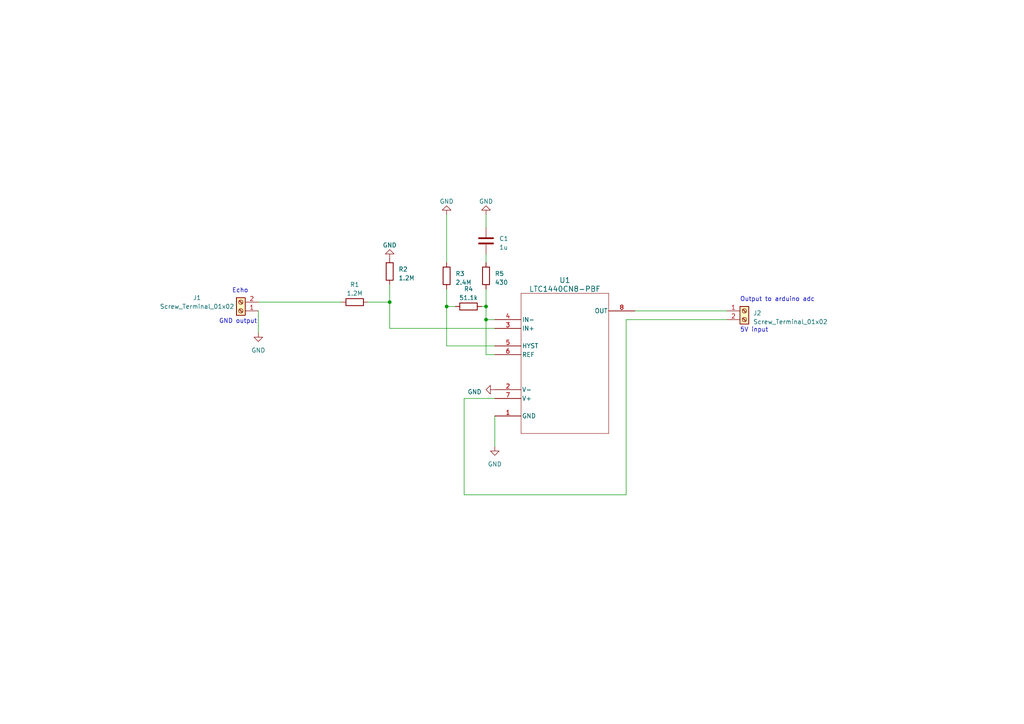
<source format=kicad_sch>
(kicad_sch (version 20230121) (generator eeschema)
  (paper "A4")
  (lib_symbols
    (symbol "Connector:Screw_Terminal_01x02" (pin_names (offset 1.016) hide)
      (property "Reference" "J" (at 0 2.54 0))
      (property "Value" "Screw_Terminal_01x02" (at 0 -5.08 0))
      (symbol "Screw_Terminal_01x02_1_1"
        (rectangle (start -1.27 1.27) (end 1.27 -3.81) (stroke (width 0.254)) (fill (type background)))
        (circle (center 0 -2.54) (radius 0.635) (stroke (width 0.1524)))
        (polyline (pts (xy -0.5334 -2.2098) (xy 0.3302 -3.048)) (stroke (width 0.1524)))
        (polyline (pts (xy -0.5334 0.3302) (xy 0.3302 -0.508)) (stroke (width 0.1524)))
        (polyline (pts (xy -0.3556 -2.032) (xy 0.508 -2.8702)) (stroke (width 0.1524)))
        (polyline (pts (xy -0.3556 0.508) (xy 0.508 -0.3302)) (stroke (width 0.1524)))
        (circle (center 0 0) (radius 0.635) (stroke (width 0.1524)))
        (pin passive line (at -5.08 0 0) (length 3.81) (name "Pin_1") (number "1"))
        (pin passive line (at -5.08 -2.54 0) (length 3.81) (name "Pin_2") (number "2"))
      )
    )
    (symbol "Device:C" (pin_numbers hide) (pin_names (offset 0.254))
      (property "Reference" "C" (at 0.635 2.54 0))
      (property "Value" "C" (at 0.635 -2.54 0))
      (symbol "C_0_1"
        (polyline (pts (xy -2.032 -0.762) (xy 2.032 -0.762)) (stroke (width 0.508)))
        (polyline (pts (xy -2.032 0.762) (xy 2.032 0.762)) (stroke (width 0.508)))
      )
      (symbol "C_1_1"
        (pin passive line (at 0 3.81 270) (length 2.794) (name "~") (number "1"))
        (pin passive line (at 0 -3.81 90) (length 2.794) (name "~") (number "2"))
      )
    )
    (symbol "Device:R" (pin_numbers hide) (pin_names (offset 0))
      (property "Reference" "R" (at 2.032 0 90))
      (property "Value" "R" (at 0 0 90))
      (symbol "R_0_1"
        (rectangle (start -1.016 -2.54) (end 1.016 2.54) (stroke (width 0.254)))
      )
      (symbol "R_1_1"
        (pin passive line (at 0 3.81 270) (length 1.27) (name "~") (number "1"))
        (pin passive line (at 0 -3.81 90) (length 1.27) (name "~") (number "2"))
      )
    )
    (symbol "LTC1440CN8#PBF:LTC1440CN8-PBF" (pin_names (offset 0.254))
      (property "Reference" "U" (at 20.32 12.7 0))
      (property "Value" "LTC1440CN8-PBF" (at 20.32 10.16 0))
      (symbol "LTC1440CN8-PBF_0_1"
        (polyline (pts (xy 7.62 -33.02) (xy 33.02 -33.02)) (stroke (width 0.127)))
        (polyline (pts (xy 7.62 7.62) (xy 7.62 -33.02)) (stroke (width 0.127)))
        (polyline (pts (xy 33.02 -33.02) (xy 33.02 7.62)) (stroke (width 0.127)))
        (polyline (pts (xy 33.02 7.62) (xy 7.62 7.62)) (stroke (width 0.127)))
        (pin power_in line (at 0 -27.94 0) (length 7.62) (name "GND") (number "1"))
        (pin power_in line (at 0 -20.32 0) (length 7.62) (name "V-") (number "2"))
        (pin input line (at 0 -2.54 0) (length 7.62) (name "IN+") (number "3"))
        (pin input line (at 0 0 0) (length 7.62) (name "IN-") (number "4"))
        (pin unspecified line (at 0 -7.62 0) (length 7.62) (name "HYST") (number "5"))
        (pin unspecified line (at 0 -10.16 0) (length 7.62) (name "REF") (number "6"))
        (pin power_in line (at 0 -22.86 0) (length 7.62) (name "V+") (number "7"))
        (pin output line (at 40.64 2.54 180) (length 7.62) (name "OUT") (number "8"))
      )
    )
    (symbol "power:GND" (power) (pin_names (offset 0))
      (property "Value" "GND" (at 0 -3.81 0))
      (symbol "GND_0_1"
        (polyline (pts (xy 0 0) (xy 0 -1.27) (xy 1.27 -1.27) (xy 0 -2.54) (xy -1.27 -1.27) (xy 0 -1.27)))
      )
      (symbol "GND_1_1"
        (pin power_in line (at 0 0 270) (length 0) hide (name "GND") (number "1"))
      )
    )
  )
  (junction (at 113.03 87.63))
  (junction (at 129.54 88.9))
  (junction (at 140.97 88.9))
  (junction (at 140.97 92.71))
  (wire (pts (xy 210.82 92.71) (xy 181.61 92.71)))
  (wire (pts (xy 181.61 92.71) (xy 181.61 143.51)))
  (wire (pts (xy 129.54 62.23) (xy 129.54 76.2)))
  (wire (pts (xy 106.68 87.63) (xy 113.03 87.63)))
  (wire (pts (xy 74.93 87.63) (xy 99.06 87.63)))
  (wire (pts (xy 181.61 143.51) (xy 134.62 143.51)))
  (wire (pts (xy 143.51 120.65) (xy 143.51 129.54)))
  (wire (pts (xy 140.97 62.23) (xy 140.97 66.04)))
  (wire (pts (xy 129.54 100.33) (xy 143.51 100.33)))
  (wire (pts (xy 134.62 115.57) (xy 143.51 115.57)))
  (wire (pts (xy 184.15 90.17) (xy 210.82 90.17)))
  (wire (pts (xy 139.7 88.9) (xy 140.97 88.9)))
  (wire (pts (xy 143.51 92.71) (xy 140.97 92.71)))
  (wire (pts (xy 129.54 88.9) (xy 132.08 88.9)))
  (wire (pts (xy 143.51 95.25) (xy 113.03 95.25)))
  (wire (pts (xy 140.97 88.9) (xy 140.97 83.82)))
  (wire (pts (xy 113.03 87.63) (xy 113.03 82.55)))
  (wire (pts (xy 129.54 88.9) (xy 129.54 100.33)))
  (wire (pts (xy 134.62 143.51) (xy 134.62 115.57)))
  (wire (pts (xy 140.97 92.71) (xy 140.97 88.9)))
  (wire (pts (xy 129.54 83.82) (xy 129.54 88.9)))
  (wire (pts (xy 143.51 102.87) (xy 140.97 102.87)))
  (wire (pts (xy 140.97 73.66) (xy 140.97 76.2)))
  (wire (pts (xy 113.03 95.25) (xy 113.03 87.63)))
  (wire (pts (xy 140.97 102.87) (xy 140.97 92.71)))
  (wire (pts (xy 74.93 90.17) (xy 74.93 96.52)))
  (text "Echo" (at 67.31 85.09 0) (effects (font (size 1.27 1.27)) (justify left bottom)))
  (text "GND output" (at 63.5 93.98 0) (effects (font (size 1.27 1.27)) (justify left bottom)))
  (text "5V input" (at 214.63 96.52 0) (effects (font (size 1.27 1.27)) (justify left bottom)))
  (text "Output to arduino adc" (at 214.63 87.63 0) (effects (font (size 1.27 1.27)) (justify left bottom)))
  (symbol (lib_id "LTC1440CN8#PBF:LTC1440CN8-PBF") (at 143.51 92.71 0) (unit 1)
    (property "Reference" "U1" (at 163.83 81.28 0) (effects (font (size 1.524 1.524))))
    (property "Value" "LTC1440CN8-PBF" (at 163.83 83.82 0) (effects (font (size 1.524 1.524))))
    (property "Footprint" "LTC1440CN8#PBF:PDIP-8_N_LIT" (effects hide))
    (property "Datasheet" "LTC1440CN8-PBF" (effects hide))
  )
  (symbol (lib_id "Device:R") (at 129.54 80.01 0) (unit 1)
    (property "Reference" "R3" (at 132.08 79.375 0) (effects (justify left)))
    (property "Value" "2.4M" (at 132.08 81.915 0) (effects (justify left)))
    (property "Footprint" "Resistor_THT:R_Axial_DIN0207_L6.3mm_D2.5mm_P10.16mm_Horizontal" (effects hide))
  )
  (symbol (lib_id "power:GND") (at 143.51 129.54 0) (unit 1)
    (property "Reference" "#PWR06" (effects hide))
    (property "Value" "GND" (at 143.51 134.62 0))
  )
  (symbol (lib_id "Device:C") (at 140.97 69.85 0) (unit 1)
    (property "Reference" "C1" (at 144.78 69.215 0) (effects (justify left)))
    (property "Value" "1u" (at 144.78 71.755 0) (effects (justify left)))
    (property "Footprint" "Capacitor_THT:CP_Radial_D10.0mm_P5.00mm" (effects hide))
  )
  (symbol (lib_id "Connector:Screw_Terminal_01x02") (at 69.85 90.17 180) (unit 1)
    (property "Reference" "J1" (at 57.15 86.36 0))
    (property "Value" "Screw_Terminal_01x02" (at 57.15 88.9 0))
    (property "Footprint" "TerminalBlock_Phoenix:TerminalBlock_Phoenix_MKDS-3-2-5.08_1x02_P5.08mm_Horizontal" (effects hide))
  )
  (symbol (lib_id "power:GND") (at 129.54 62.23 180) (unit 1)
    (property "Reference" "#PWR03" (effects hide))
    (property "Value" "GND" (at 129.54 58.42 0))
  )
  (symbol (lib_id "Device:R") (at 113.03 78.74 180) (unit 1)
    (property "Reference" "R2" (at 115.57 78.105 0) (effects (justify right)))
    (property "Value" "1.2M" (at 115.57 80.645 0) (effects (justify right)))
    (property "Footprint" "Resistor_THT:R_Axial_DIN0207_L6.3mm_D2.5mm_P10.16mm_Horizontal" (effects hide))
  )
  (symbol (lib_id "power:GND") (at 113.03 74.93 180) (unit 1)
    (property "Reference" "#PWR02" (effects hide))
    (property "Value" "GND" (at 113.03 71.12 0))
  )
  (symbol (lib_id "power:GND") (at 143.51 113.03 270) (unit 1)
    (property "Reference" "#PWR05" (effects hide))
    (property "Value" "GND" (at 139.7 113.665 90) (effects (justify right)))
  )
  (symbol (lib_id "Device:R") (at 102.87 87.63 90) (unit 1)
    (property "Reference" "R1" (at 102.87 82.55 90))
    (property "Value" "1.2M" (at 102.87 85.09 90))
    (property "Footprint" "Resistor_THT:R_Axial_DIN0207_L6.3mm_D2.5mm_P10.16mm_Horizontal" (effects hide))
  )
  (symbol (lib_id "Connector:Screw_Terminal_01x02") (at 215.9 90.17 0) (unit 1)
    (property "Reference" "J2" (at 218.44 90.805 0) (effects (justify left)))
    (property "Value" "Screw_Terminal_01x02" (at 218.44 93.345 0) (effects (justify left)))
    (property "Footprint" "TerminalBlock_Phoenix:TerminalBlock_Phoenix_MKDS-3-2-5.08_1x02_P5.08mm_Horizontal" (effects hide))
  )
  (symbol (lib_id "power:GND") (at 140.97 62.23 180) (unit 1)
    (property "Reference" "#PWR04" (effects hide))
    (property "Value" "GND" (at 140.97 58.42 0))
  )
  (symbol (lib_id "power:GND") (at 74.93 96.52 0) (unit 1)
    (property "Reference" "#PWR01" (effects hide))
    (property "Value" "GND" (at 74.93 101.6 0))
  )
  (symbol (lib_id "Device:R") (at 135.89 88.9 90) (unit 1)
    (property "Reference" "R4" (at 135.89 83.82 90))
    (property "Value" "51.1k" (at 135.89 86.36 90))
    (property "Footprint" "Resistor_THT:R_Axial_DIN0207_L6.3mm_D2.5mm_P10.16mm_Horizontal" (effects hide))
  )
  (symbol (lib_id "Device:R") (at 140.97 80.01 0) (unit 1)
    (property "Reference" "R5" (at 143.51 79.375 0) (effects (justify left)))
    (property "Value" "430" (at 143.51 81.915 0) (effects (justify left)))
    (property "Footprint" "Resistor_THT:R_Axial_DIN0207_L6.3mm_D2.5mm_P10.16mm_Horizontal" (effects hide))
  )
)
</source>
